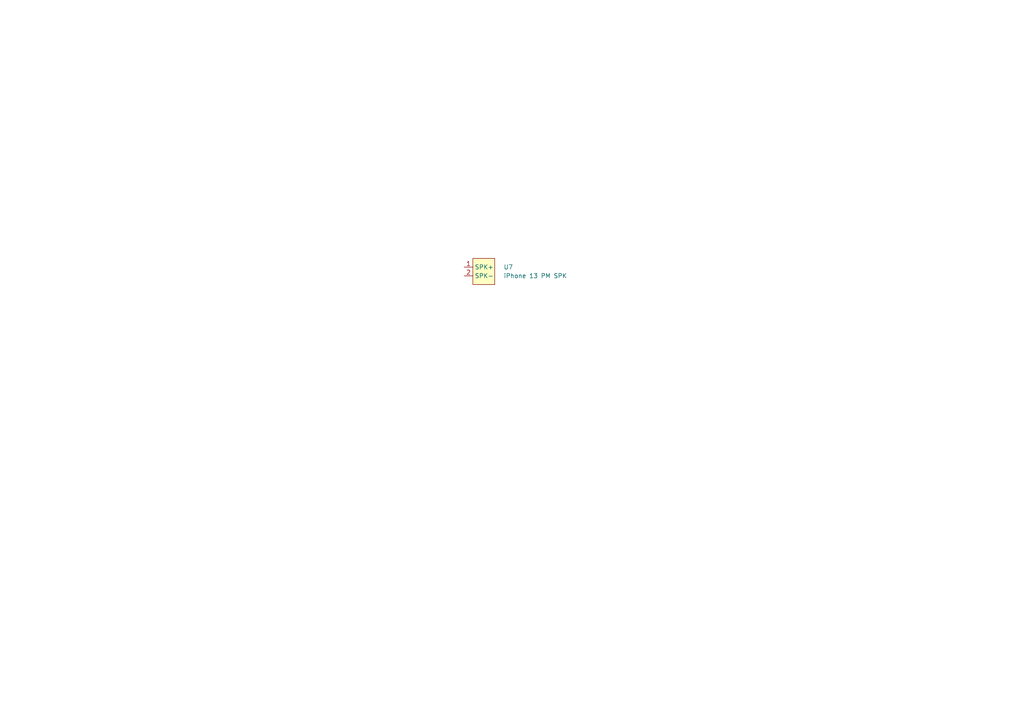
<source format=kicad_sch>
(kicad_sch (version 20230121) (generator eeschema)
  (paper "A4")
  (lib_symbols
    (symbol "iphone_speaker:iPhone_13_Pro_Max_Speaker"
      (property "Reference" "U" (at 0 -5.08 0))
      (property "Value" "iPhone 13 PM SPK" (at 0 -7.62 0))
      (symbol "iPhone_13_Pro_Max_Speaker_0_0"
        (pin passive line (at -5.08 1.27 0) (length 2.54) (name "SPK+") (number "1"))
        (pin passive line (at -5.08 -1.27 0) (length 2.54) (name "SPK-") (number "2"))
      )
      (symbol "iPhone_13_Pro_Max_Speaker_1_1"
        (rectangle (start -2.54 3.81) (end 3.81 -3.81) (fill (type background)))
      )
    )
  )
  (symbol (lib_id "iphone_speaker:iPhone_13_Pro_Max_Speaker") (at 139.7 78.74 0) (unit 1)
    (property "Reference" "U7" (at 146.05 77.47 0) (effects (justify left)))
    (property "Value" "iPhone 13 PM SPK" (at 146.05 80.01 0) (effects (justify left)))
    (property "Footprint" "iphone_speaker:iphone_13_pro_max" (effects hide))
  )
)
</source>
